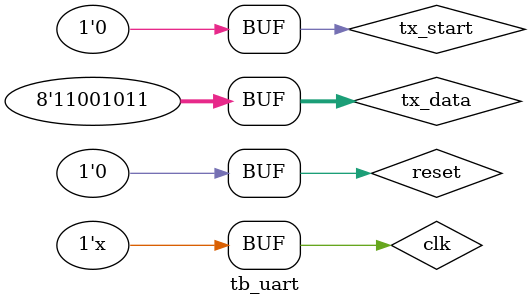
<source format=v>
`timescale 1ns / 1ps


module tb_uart();

    reg clk;
    reg reset;
    reg tx_start;
    reg [7:0] tx_data;

    wire tx;
    wire tx_done;

    uart dut (
        .clk(clk),
        .reset(reset),
        .tx_start(tx_start),
        .tx_data(tx_data),

        .tx(tx),
        .tx_done(tx_done)
    );


    always #5 clk = ~clk;

    initial begin
        clk = 1'b0;
        reset = 1'b1;
        tx_start = 1'b0;
        tx_data = 0;
    end

    initial begin
        #100 reset = 1'b0;
        #100 tx_data = 8'b11001011; tx_start = 1'b1;
        #10 tx_start = 1'b0;
    end
endmodule

</source>
